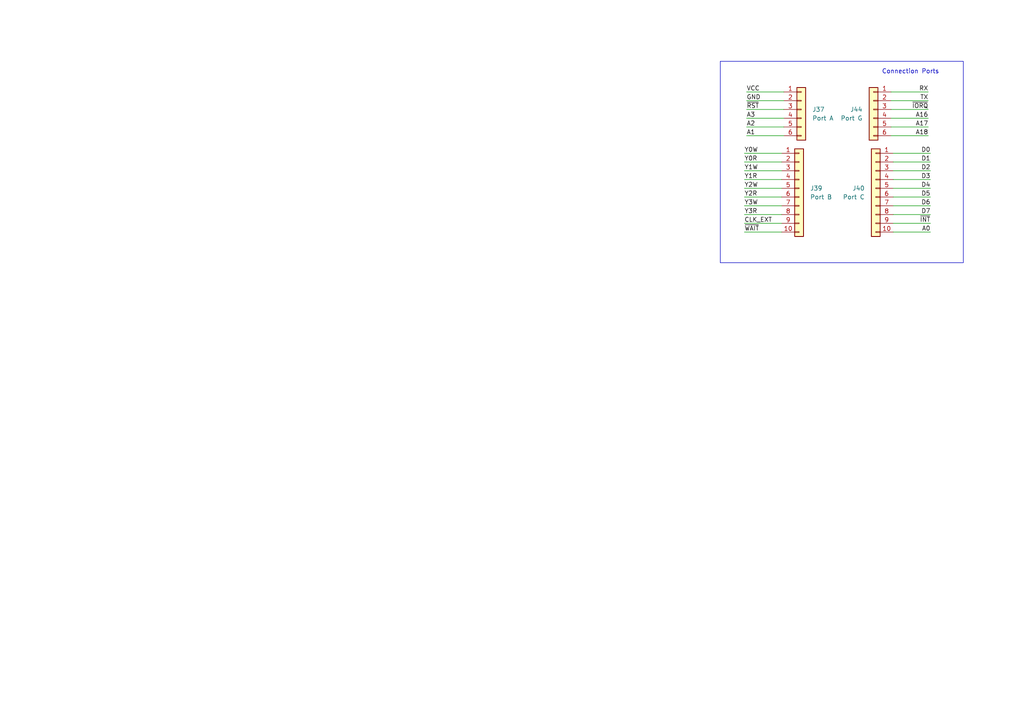
<source format=kicad_sch>
(kicad_sch (version 20230121) (generator eeschema)
  (paper "A4")
  (lib_symbols
    (symbol "Connector_Generic:Conn_01x06" (pin_names (offset 1.016) hide)
      (property "Reference" "J" (at 0 7.62 0))
      (property "Value" "Conn_01x06" (at 0 -10.16 0))
      (symbol "Conn_01x06_1_1"
        (rectangle (start -1.27 -7.493) (end 0 -7.747) (stroke (width 0.1524)))
        (rectangle (start -1.27 -4.953) (end 0 -5.207) (stroke (width 0.1524)))
        (rectangle (start -1.27 -2.413) (end 0 -2.667) (stroke (width 0.1524)))
        (rectangle (start -1.27 0.127) (end 0 -0.127) (stroke (width 0.1524)))
        (rectangle (start -1.27 2.667) (end 0 2.413) (stroke (width 0.1524)))
        (rectangle (start -1.27 5.207) (end 0 4.953) (stroke (width 0.1524)))
        (rectangle (start -1.27 6.35) (end 1.27 -8.89) (stroke (width 0.254)) (fill (type background)))
        (pin passive line (at -5.08 5.08 0) (length 3.81) (name "Pin_1") (number "1"))
        (pin passive line (at -5.08 2.54 0) (length 3.81) (name "Pin_2") (number "2"))
        (pin passive line (at -5.08 0 0) (length 3.81) (name "Pin_3") (number "3"))
        (pin passive line (at -5.08 -2.54 0) (length 3.81) (name "Pin_4") (number "4"))
        (pin passive line (at -5.08 -5.08 0) (length 3.81) (name "Pin_5") (number "5"))
        (pin passive line (at -5.08 -7.62 0) (length 3.81) (name "Pin_6") (number "6"))
      )
    )
    (symbol "Connector_Generic:Conn_01x10" (pin_names (offset 1.016) hide)
      (property "Reference" "J" (at 0 12.7 0))
      (property "Value" "Conn_01x10" (at 0 -15.24 0))
      (symbol "Conn_01x10_1_1"
        (rectangle (start -1.27 -12.573) (end 0 -12.827) (stroke (width 0.1524)))
        (rectangle (start -1.27 -10.033) (end 0 -10.287) (stroke (width 0.1524)))
        (rectangle (start -1.27 -7.493) (end 0 -7.747) (stroke (width 0.1524)))
        (rectangle (start -1.27 -4.953) (end 0 -5.207) (stroke (width 0.1524)))
        (rectangle (start -1.27 -2.413) (end 0 -2.667) (stroke (width 0.1524)))
        (rectangle (start -1.27 0.127) (end 0 -0.127) (stroke (width 0.1524)))
        (rectangle (start -1.27 2.667) (end 0 2.413) (stroke (width 0.1524)))
        (rectangle (start -1.27 5.207) (end 0 4.953) (stroke (width 0.1524)))
        (rectangle (start -1.27 7.747) (end 0 7.493) (stroke (width 0.1524)))
        (rectangle (start -1.27 10.287) (end 0 10.033) (stroke (width 0.1524)))
        (rectangle (start -1.27 11.43) (end 1.27 -13.97) (stroke (width 0.254)) (fill (type background)))
        (pin passive line (at -5.08 10.16 0) (length 3.81) (name "Pin_1") (number "1"))
        (pin passive line (at -5.08 -12.7 0) (length 3.81) (name "Pin_10") (number "10"))
        (pin passive line (at -5.08 7.62 0) (length 3.81) (name "Pin_2") (number "2"))
        (pin passive line (at -5.08 5.08 0) (length 3.81) (name "Pin_3") (number "3"))
        (pin passive line (at -5.08 2.54 0) (length 3.81) (name "Pin_4") (number "4"))
        (pin passive line (at -5.08 0 0) (length 3.81) (name "Pin_5") (number "5"))
        (pin passive line (at -5.08 -2.54 0) (length 3.81) (name "Pin_6") (number "6"))
        (pin passive line (at -5.08 -5.08 0) (length 3.81) (name "Pin_7") (number "7"))
        (pin passive line (at -5.08 -7.62 0) (length 3.81) (name "Pin_8") (number "8"))
        (pin passive line (at -5.08 -10.16 0) (length 3.81) (name "Pin_9") (number "9"))
      )
    )
  )
  (wire (pts (xy 258.445 31.75) (xy 269.24 31.75)))
  (wire (pts (xy 216.535 31.75) (xy 227.33 31.75)))
  (wire (pts (xy 216.535 39.37) (xy 227.33 39.37)))
  (wire (pts (xy 269.875 62.23) (xy 259.08 62.23)))
  (wire (pts (xy 216.535 36.83) (xy 227.33 36.83)))
  (wire (pts (xy 269.24 26.67) (xy 258.445 26.67)))
  (wire (pts (xy 269.875 46.99) (xy 259.08 46.99)))
  (wire (pts (xy 269.875 64.77) (xy 259.08 64.77)))
  (wire (pts (xy 269.24 39.37) (xy 258.445 39.37)))
  (wire (pts (xy 269.875 57.15) (xy 259.08 57.15)))
  (wire (pts (xy 269.875 59.69) (xy 259.08 59.69)))
  (wire (pts (xy 269.875 44.45) (xy 259.08 44.45)))
  (wire (pts (xy 215.9 64.77) (xy 226.695 64.77)))
  (wire (pts (xy 215.9 62.23) (xy 226.695 62.23)))
  (wire (pts (xy 215.9 52.07) (xy 226.695 52.07)))
  (wire (pts (xy 215.9 46.99) (xy 226.695 46.99)))
  (wire (pts (xy 215.9 59.69) (xy 226.695 59.69)))
  (wire (pts (xy 269.875 54.61) (xy 259.08 54.61)))
  (wire (pts (xy 215.9 57.15) (xy 226.695 57.15)))
  (wire (pts (xy 215.9 54.61) (xy 226.695 54.61)))
  (wire (pts (xy 269.875 52.07) (xy 259.08 52.07)))
  (wire (pts (xy 216.535 34.29) (xy 227.33 34.29)))
  (wire (pts (xy 269.24 29.21) (xy 258.445 29.21)))
  (wire (pts (xy 216.535 26.67) (xy 227.33 26.67)))
  (wire (pts (xy 269.875 67.31) (xy 259.08 67.31)))
  (wire (pts (xy 215.9 49.53) (xy 226.695 49.53)))
  (wire (pts (xy 269.875 49.53) (xy 259.08 49.53)))
  (wire (pts (xy 216.535 29.21) (xy 227.33 29.21)))
  (wire (pts (xy 269.24 36.83) (xy 258.445 36.83)))
  (wire (pts (xy 269.24 34.29) (xy 258.445 34.29)))
  (wire (pts (xy 215.9 67.31) (xy 226.695 67.31)))
  (wire (pts (xy 215.9 44.45) (xy 226.695 44.45)))
  (rectangle (start 208.915 17.78) (end 279.4 76.2))
  (text "Connection Ports" (at 272.415 21.59 0) (effects (font (size 1.27 1.27)) (justify right bottom)))
  (label "Y1W" (at 215.9 49.53 0))
  (label "D7" (at 269.875 62.23 180))
  (label "Y3W" (at 215.9 59.69 0))
  (label "A1" (at 216.535 39.37 0))
  (label "A3" (at 216.535 34.29 0))
  (label "~{WAIT}" (at 215.9 67.31 0))
  (label "VCC" (at 216.535 26.67 0))
  (label "GND" (at 216.535 29.21 0))
  (label "RX" (at 269.24 26.67 180))
  (label "A16" (at 269.24 34.29 180))
  (label "D6" (at 269.875 59.69 180))
  (label "~{IORQ}" (at 269.24 31.75 180))
  (label "Y0W" (at 215.9 44.45 0))
  (label "A18" (at 269.24 39.37 180))
  (label "D4" (at 269.875 54.61 180))
  (label "D5" (at 269.875 57.15 180))
  (label "TX" (at 269.24 29.21 180))
  (label "Y0R" (at 215.9 46.99 0))
  (label "Y1R" (at 215.9 52.07 0))
  (label "CLK_EXT" (at 215.9 64.77 0))
  (label "A17" (at 269.24 36.83 180))
  (label "A2" (at 216.535 36.83 0))
  (label "Y2W" (at 215.9 54.61 0))
  (label "Y2R" (at 215.9 57.15 0))
  (label "A0" (at 269.875 67.31 180))
  (label "D0" (at 269.875 44.45 180))
  (label "D1" (at 269.875 46.99 180))
  (label "Y3R" (at 215.9 62.23 0))
  (label "~{INT}" (at 269.875 64.77 180))
  (label "D3" (at 269.875 52.07 180))
  (label "~{RST}" (at 216.535 31.75 0))
  (label "D2" (at 269.875 49.53 180))
  (symbol (lib_id "Connector_Generic:Conn_01x06") (at 253.365 31.75 0) (mirror y) (unit 1)
    (property "Reference" "J44" (at 250.19 31.75 0) (effects (justify left)))
    (property "Value" "Port G" (at 250.19 34.29 0) (effects (justify left)))
  )
  (symbol (lib_id "Connector_Generic:Conn_01x10") (at 231.775 54.61 0) (unit 1)
    (property "Reference" "J39" (at 234.95 54.61 0) (effects (justify left)))
    (property "Value" "Port B" (at 234.95 57.15 0) (effects (justify left)))
  )
  (symbol (lib_id "Connector_Generic:Conn_01x10") (at 254 54.61 0) (mirror y) (unit 1)
    (property "Reference" "J40" (at 250.825 54.61 0) (effects (justify left)))
    (property "Value" "Port C" (at 250.825 57.15 0) (effects (justify left)))
  )
  (symbol (lib_id "Connector_Generic:Conn_01x06") (at 232.41 31.75 0) (unit 1)
    (property "Reference" "J37" (at 235.585 31.75 0) (effects (justify left)))
    (property "Value" "Port A" (at 235.585 34.29 0) (effects (justify left)))
  )
)
</source>
